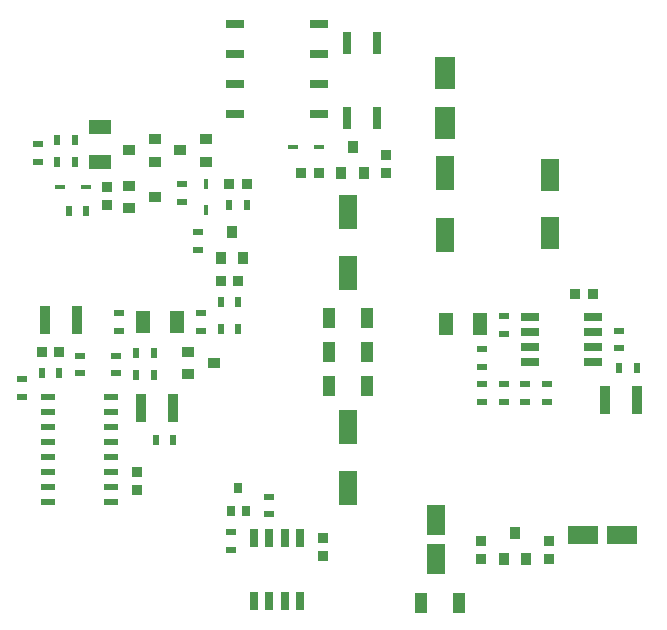
<source format=gtp>
%FSLAX46Y46*%
%MOMM*%
%AMPS50*
21,1,1.594948,2.741421,0.000000,0.000000,0.000000*
%
%ADD50PS50*%
%AMPS51*
21,1,1.594948,2.741421,0.000000,0.000000,180.000000*
%
%ADD51PS51*%
%AMPS12*
21,1,1.600000,2.950000,0.000000,0.000000,0.000000*
%
%ADD12PS12*%
%AMPS13*
21,1,1.600000,2.950000,0.000000,0.000000,180.000000*
%
%ADD13PS13*%
%AMPS34*
21,1,0.600000,1.550000,0.000000,0.000000,0.000000*
%
%ADD34PS34*%
%AMPS42*
21,1,0.600000,1.550000,0.000000,0.000000,90.000000*
%
%ADD42PS42*%
%AMPS35*
21,1,0.600000,1.550000,0.000000,0.000000,180.000000*
%
%ADD35PS35*%
%AMPS43*
21,1,0.600000,1.550000,0.000000,0.000000,270.000000*
%
%ADD43PS43*%
%AMPS39*
21,1,1.600000,2.500000,0.000000,0.000000,0.000000*
%
%ADD39PS39*%
%AMPS46*
21,1,1.600000,2.500000,0.000000,0.000000,90.000000*
%
%ADD46PS46*%
%AMPS38*
21,1,1.600000,2.500000,0.000000,0.000000,180.000000*
%
%ADD38PS38*%
%AMPS47*
21,1,1.600000,2.500000,0.000000,0.000000,270.000000*
%
%ADD47PS47*%
%AMPS44*
21,1,0.900000,1.000000,0.000000,0.000000,0.000000*
%
%ADD44PS44*%
%AMPS22*
21,1,0.900000,1.000000,0.000000,0.000000,90.000000*
%
%ADD22PS22*%
%AMPS45*
21,1,0.900000,1.000000,0.000000,0.000000,180.000000*
%
%ADD45PS45*%
%AMPS23*
21,1,0.900000,1.000000,0.000000,0.000000,270.000000*
%
%ADD23PS23*%
%AMPS53*
21,1,0.400000,0.900000,0.000000,0.000000,0.000000*
%
%ADD53PS53*%
%AMPS16*
21,1,0.400000,0.900000,0.000000,0.000000,90.000000*
%
%ADD16PS16*%
%AMPS52*
21,1,0.400000,0.900000,0.000000,0.000000,180.000000*
%
%ADD52PS52*%
%AMPS17*
21,1,0.400000,0.900000,0.000000,0.000000,270.000000*
%
%ADD17PS17*%
%AMPS32*
21,1,0.550000,1.250000,0.000000,0.000000,90.000000*
%
%ADD32PS32*%
%AMPS33*
21,1,0.550000,1.250000,0.000000,0.000000,270.000000*
%
%ADD33PS33*%
%AMPS49*
21,1,0.600000,1.800000,0.000000,0.000000,0.000000*
%
%ADD49PS49*%
%AMPS48*
21,1,0.600000,1.800000,0.000000,0.000000,180.000000*
%
%ADD48PS48*%
%AMPS37*
21,1,0.701421,1.491421,0.000000,0.000000,90.000000*
%
%ADD37PS37*%
%AMPS36*
21,1,0.701421,1.491421,0.000000,0.000000,270.000000*
%
%ADD36PS36*%
%AMPS28*
21,1,1.800000,1.200000,0.000000,0.000000,0.000000*
%
%ADD28PS28*%
%AMPS40*
21,1,1.800000,1.200000,0.000000,0.000000,90.000000*
%
%ADD40PS40*%
%AMPS29*
21,1,1.800000,1.200000,0.000000,0.000000,180.000000*
%
%ADD29PS29*%
%AMPS41*
21,1,1.800000,1.200000,0.000000,0.000000,270.000000*
%
%ADD41PS41*%
%AMPS10*
21,1,2.300000,0.900000,0.000000,0.000000,90.000000*
%
%ADD10PS10*%
%AMPS11*
21,1,2.300000,0.900000,0.000000,0.000000,270.000000*
%
%ADD11PS11*%
%AMPS18*
21,1,0.900000,0.500000,0.000000,0.000000,0.000000*
%
%ADD18PS18*%
%AMPS21*
21,1,0.900000,0.500000,0.000000,0.000000,90.000000*
%
%ADD21PS21*%
%AMPS19*
21,1,0.900000,0.500000,0.000000,0.000000,180.000000*
%
%ADD19PS19*%
%AMPS20*
21,1,0.900000,0.500000,0.000000,0.000000,270.000000*
%
%ADD20PS20*%
%AMPS24*
21,1,1.700000,1.100000,0.000000,0.000000,90.000000*
%
%ADD24PS24*%
%AMPS25*
21,1,1.700000,1.100000,0.000000,0.000000,270.000000*
%
%ADD25PS25*%
%AMPS54*
21,1,0.700000,0.900000,0.000000,0.000000,0.000000*
%
%ADD54PS54*%
%AMPS55*
21,1,0.700000,0.900000,0.000000,0.000000,180.000000*
%
%ADD55PS55*%
%AMPS31*
21,1,0.850000,0.800000,0.000000,0.000000,0.000000*
%
%ADD31PS31*%
%AMPS15*
21,1,0.850000,0.800000,0.000000,0.000000,90.000000*
%
%ADD15PS15*%
%AMPS30*
21,1,0.850000,0.800000,0.000000,0.000000,180.000000*
%
%ADD30PS30*%
%AMPS14*
21,1,0.850000,0.800000,0.000000,0.000000,270.000000*
%
%ADD14PS14*%
%AMPS27*
21,1,1.750000,2.650000,0.000000,0.000000,0.000000*
%
%ADD27PS27*%
%AMPS26*
21,1,1.750000,2.650000,0.000000,0.000000,180.000000*
%
%ADD26PS26*%
G01*
G01*
%LPD*%
G75*
D10*
X8298466Y31850000D03*
D11*
X5561534Y31850000D03*
D12*
X39450000Y39100000D03*
D13*
X39450000Y44300000D03*
D14*
X50471668Y34078328D03*
D15*
X51971668Y34078328D03*
D16*
X28775000Y46480000D03*
D17*
X26575000Y46480000D03*
D18*
X48070000Y24930000D03*
D19*
X48070000Y26430000D03*
D11*
X52943068Y25050000D03*
D10*
X55680000Y25050000D03*
D20*
X7550000Y41120000D03*
D21*
X9050000Y41120000D03*
D21*
X14750000Y27190000D03*
D20*
X13250000Y27190000D03*
D22*
X14900000Y47180000D03*
D23*
X12700000Y46230000D03*
D22*
X14900000Y45280000D03*
D19*
X24560000Y16910000D03*
D18*
X24560000Y15410000D03*
D24*
X32800000Y32070000D03*
D25*
X29600000Y32070000D03*
D26*
X39450000Y52800000D03*
D27*
X39450000Y48500000D03*
D23*
X12700000Y41350000D03*
D22*
X14900000Y42300000D03*
D23*
X12700000Y43250000D03*
D28*
X10250000Y45280000D03*
D29*
X10250000Y48180000D03*
D20*
X14918466Y21690000D03*
D21*
X16418466Y21690000D03*
D19*
X42580000Y29410000D03*
D18*
X42580000Y27910000D03*
D19*
X3610160Y26850000D03*
D18*
X3610160Y25350000D03*
D18*
X42580000Y24930000D03*
D19*
X42580000Y26430000D03*
D30*
X42500000Y13150000D03*
D31*
X42500000Y11650000D03*
D23*
X17690000Y27290000D03*
D22*
X19890000Y28240000D03*
D23*
X17690000Y29190000D03*
D32*
X11180000Y25350000D03*
D33*
X5830160Y22810000D03*
D32*
X11180000Y19000000D03*
D33*
X5830160Y24080000D03*
D33*
X5830160Y21540000D03*
D33*
X5830160Y17730000D03*
D32*
X11180000Y22810000D03*
D33*
X5830160Y16460000D03*
D32*
X11180000Y16460000D03*
D32*
X11180000Y21540000D03*
D32*
X11180000Y17730000D03*
D32*
X11180000Y20270000D03*
D33*
X5830160Y20270000D03*
D32*
X11180000Y24080000D03*
D33*
X5830160Y25350000D03*
D33*
X5830160Y19000000D03*
D20*
X20420000Y33390000D03*
D21*
X21920000Y33390000D03*
D19*
X54180000Y30950000D03*
D18*
X54180000Y29450000D03*
D19*
X46240000Y26430000D03*
D18*
X46240000Y24930000D03*
D34*
X27110000Y8030000D03*
D34*
X24560000Y8030000D03*
D34*
X23290000Y8030000D03*
D35*
X23290000Y13370000D03*
D35*
X25840000Y13370000D03*
D34*
X25840000Y8030000D03*
D35*
X27110000Y13370000D03*
D35*
X24560000Y13370000D03*
D25*
X37400000Y7900000D03*
D24*
X40600000Y7900000D03*
D36*
X21625000Y49290000D03*
D37*
X28775000Y51830000D03*
D37*
X28775000Y56910000D03*
D37*
X28775000Y54370000D03*
D36*
X21625000Y51830000D03*
D36*
X21625000Y56910000D03*
D37*
X28775000Y49290000D03*
D36*
X21625000Y54370000D03*
D38*
X38700000Y14950000D03*
D39*
X38700000Y11650000D03*
D30*
X48200000Y13150000D03*
D31*
X48200000Y11650000D03*
D18*
X8560000Y27340000D03*
D19*
X8560000Y28840000D03*
D20*
X5270000Y27340000D03*
D21*
X6770000Y27340000D03*
D19*
X21270000Y13930000D03*
D18*
X21270000Y12430000D03*
D25*
X29600000Y29170000D03*
D24*
X32800000Y29170000D03*
D21*
X8100000Y45280000D03*
D20*
X6600000Y45280000D03*
D19*
X18500000Y39290000D03*
D18*
X18500000Y37790000D03*
D21*
X14775000Y29065000D03*
D20*
X13275000Y29065000D03*
D12*
X31200000Y17600000D03*
D13*
X31200000Y22800000D03*
D20*
X54180000Y27800000D03*
D21*
X55680000Y27800000D03*
D40*
X42380000Y31560000D03*
D41*
X39480000Y31560000D03*
D18*
X17200000Y41890000D03*
D19*
X17200000Y43390000D03*
D42*
X51971668Y32098328D03*
D42*
X51971668Y29548328D03*
D42*
X51971668Y28278328D03*
D43*
X46631668Y28278328D03*
D43*
X46631668Y30828328D03*
D42*
X51971668Y30828328D03*
D43*
X46631668Y32098328D03*
D43*
X46631668Y29548328D03*
D19*
X44410000Y32210000D03*
D18*
X44410000Y30710000D03*
D22*
X19180000Y47180000D03*
D23*
X16980000Y46230000D03*
D22*
X19180000Y45280000D03*
D16*
X9050000Y43100000D03*
D17*
X6850000Y43100000D03*
D44*
X22320000Y37090000D03*
D45*
X21370000Y39290000D03*
D44*
X20420000Y37090000D03*
D40*
X16740000Y31690000D03*
D41*
X13840000Y31690000D03*
D19*
X44410000Y26430000D03*
D18*
X44410000Y24930000D03*
D31*
X13350000Y17500000D03*
D30*
X13350000Y19000000D03*
D19*
X11810000Y32440000D03*
D18*
X11810000Y30940000D03*
D44*
X32560000Y44300000D03*
D45*
X31610000Y46500000D03*
D44*
X30660000Y44300000D03*
D46*
X54450000Y13700000D03*
D47*
X51150000Y13700000D03*
D14*
X5270000Y29140000D03*
D15*
X6770000Y29140000D03*
D19*
X11600000Y28840000D03*
D18*
X11600000Y27340000D03*
D48*
X31160000Y55300000D03*
D49*
X33660000Y49000000D03*
D49*
X31160000Y49000000D03*
D48*
X33660000Y55300000D03*
D50*
X48350000Y39250001D03*
D51*
X48350000Y44149999D03*
D13*
X31200000Y41000000D03*
D12*
X31200000Y35800000D03*
D52*
X19180000Y43390000D03*
D53*
X19180000Y41190000D03*
D14*
X20420000Y35180000D03*
D15*
X21920000Y35180000D03*
D18*
X4950000Y45280000D03*
D19*
X4950000Y46780000D03*
D20*
X20420000Y31140000D03*
D21*
X21920000Y31140000D03*
D21*
X8100000Y47110000D03*
D20*
X6600000Y47110000D03*
D10*
X16418466Y24440000D03*
D11*
X13681534Y24440000D03*
D25*
X29600000Y26270000D03*
D24*
X32800000Y26270000D03*
D18*
X18770000Y30940000D03*
D19*
X18770000Y32440000D03*
D14*
X27275000Y44300000D03*
D15*
X28775000Y44300000D03*
D15*
X22620000Y43390000D03*
D14*
X21120000Y43390000D03*
D31*
X10780000Y41600000D03*
D30*
X10780000Y43100000D03*
D20*
X21120000Y41610000D03*
D21*
X22620000Y41610000D03*
D31*
X29080000Y11870000D03*
D30*
X29080000Y13370000D03*
D44*
X46300000Y11650000D03*
D45*
X45350000Y13850000D03*
D44*
X44400000Y11650000D03*
D30*
X34450000Y45800000D03*
D31*
X34450000Y44300000D03*
D54*
X21270000Y15710000D03*
D54*
X22570000Y15710000D03*
D55*
X21920000Y17610000D03*
M02*

</source>
